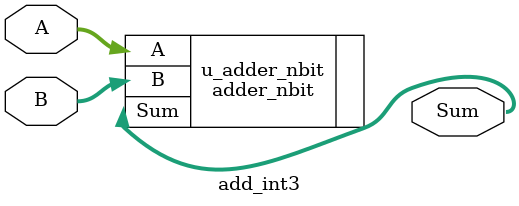
<source format=v>

module add_int3 #(
    parameter WIDTH = 3
)(
    input [WIDTH-1:0] A,
    input [WIDTH-1:0] B,
    output [WIDTH-1:0] Sum
);
    adder_nbit #(
        .WIDTH(WIDTH)
    ) u_adder_nbit (
        .A(A),
        .B(B),
        .Sum(Sum)
    );
endmodule

</source>
